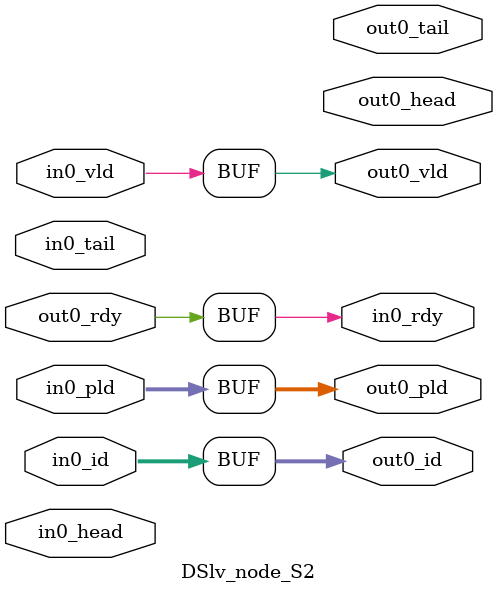
<source format=v>



//[UHDL]Key Start [md5:79bf8b1f03853eed12e71340adfb34e0]
//Version Control Hash: 3accddf64b1dd03abeb9b0b3e5a7ba44
//Content Hash: 338abe3b67a23e6005c4f9bb028503ee
//Parameter Hash: d41d8cd98f00b204e9800998ecf8427e
//[UHDL]Key End [md5:79bf8b1f03853eed12e71340adfb34e0]

//[UHDL]Version Control Start [md5:3accddf64b1dd03abeb9b0b3e5a7ba44]
//[UHDL]Version Control Version:1.0.1
//[UHDL]Version Control End [md5:3accddf64b1dd03abeb9b0b3e5a7ba44]

//[UHDL]Tool Message Start [md5:cda437c32f04161dc20423f9c5e5b253]
//Written by UHDL in 2022-08-11 22:09:42
//[UHDL]Tool Message End [md5:cda437c32f04161dc20423f9c5e5b253]

//[UHDL]User Message Start [md5:d41d8cd98f00b204e9800998ecf8427e]

//[UHDL]User Message End [md5:d41d8cd98f00b204e9800998ecf8427e]

//[UHDL]Content Start [md5:338abe3b67a23e6005c4f9bb028503ee]
module DSlv_node_S2 (
	input         in0_vld  ,
	output        in0_rdy  ,
	input         in0_head ,
	input         in0_tail ,
	input  [31:0] in0_pld  ,
	input  [2:0]  in0_id   ,
	output        out0_vld ,
	input         out0_rdy ,
	output        out0_head,
	output        out0_tail,
	output [31:0] out0_pld ,
	output [2:0]  out0_id  );
	assign in0_rdy = out0_rdy;
	
	assign out0_vld = in0_vld;
	
	assign out0_pld = in0_pld;
	
	assign out0_id = in0_id;
	

endmodule
//[UHDL]Content End [md5:338abe3b67a23e6005c4f9bb028503ee]

//[UHDL]Parameter Start [md5:d41d8cd98f00b204e9800998ecf8427e]

//[UHDL]Parameter End [md5:d41d8cd98f00b204e9800998ecf8427e]


</source>
